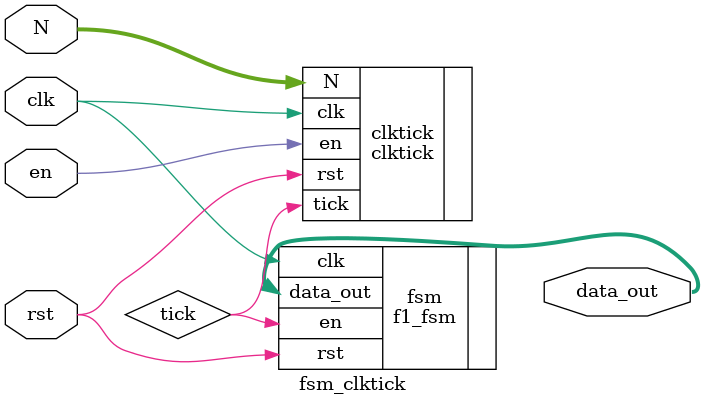
<source format=sv>
module fsm_clktick (
    input logic         clk,
    input logic         rst,
    input logic         en,
    input logic [15:0]  N,
    output logic [7:0]  data_out
);

    logic tick;

clktick clktick (
    .clk (clk),
    .rst (rst),
    .en (en),
    .N (N),
    .tick (tick) 
);

f1_fsm fsm (
    .rst (rst),
    .en (tick),
    .clk (clk),
    .data_out (data_out)
);

endmodule

</source>
